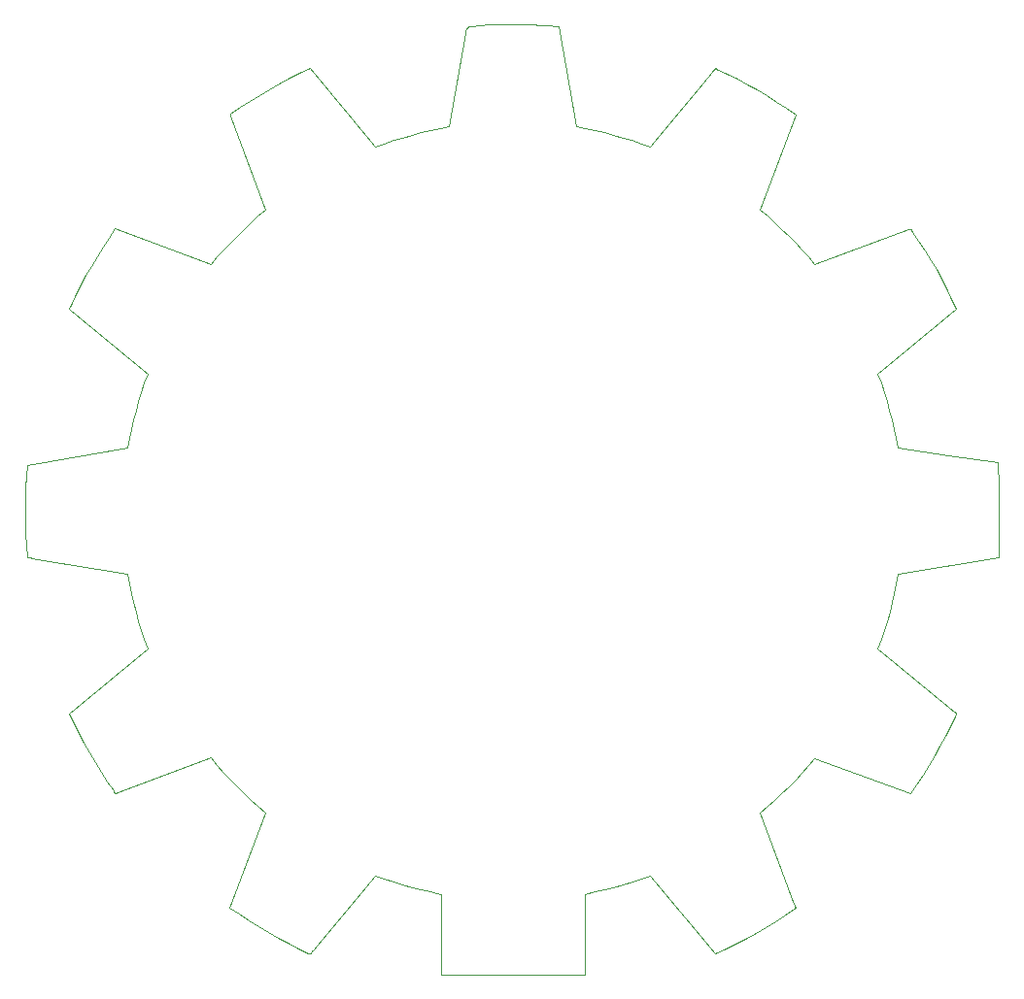
<source format=gbr>
%TF.GenerationSoftware,KiCad,Pcbnew,6.0.11-2627ca5db0~126~ubuntu20.04.1*%
%TF.CreationDate,2023-07-01T13:10:39+02:00*%
%TF.ProjectId,THW_bagde,5448575f-6261-4676-9465-2e6b69636164,rev?*%
%TF.SameCoordinates,Original*%
%TF.FileFunction,Profile,NP*%
%FSLAX46Y46*%
G04 Gerber Fmt 4.6, Leading zero omitted, Abs format (unit mm)*
G04 Created by KiCad (PCBNEW 6.0.11-2627ca5db0~126~ubuntu20.04.1) date 2023-07-01 13:10:39*
%MOMM*%
%LPD*%
G01*
G04 APERTURE LIST*
%TA.AperFunction,Profile*%
%ADD10C,0.096205*%
%TD*%
G04 APERTURE END LIST*
D10*
X152210814Y-50004668D02*
X152776119Y-50017268D01*
X153341191Y-50036841D01*
X153906009Y-50063021D01*
X154470550Y-50095443D01*
X155598706Y-50177547D01*
X157074590Y-58940319D01*
X157900903Y-59087791D01*
X158723142Y-59255822D01*
X159540943Y-59444005D01*
X160353945Y-59651936D01*
X161161782Y-59879209D01*
X161964093Y-60125419D01*
X162760513Y-60390161D01*
X163550679Y-60673030D01*
X168978261Y-54119941D01*
X168988809Y-54111761D01*
X168999114Y-54102494D01*
X169009203Y-54092254D01*
X169019101Y-54081155D01*
X169038424Y-54056838D01*
X169057288Y-54030455D01*
X169094451Y-53975139D01*
X169113157Y-53948032D01*
X169132218Y-53922508D01*
X169141945Y-53910625D01*
X169151838Y-53899480D01*
X169161920Y-53889187D01*
X169172219Y-53879860D01*
X169182758Y-53871613D01*
X169193565Y-53864561D01*
X169204664Y-53858817D01*
X169216081Y-53854495D01*
X169227840Y-53851709D01*
X169239969Y-53850574D01*
X169252491Y-53851204D01*
X169265433Y-53853712D01*
X169278820Y-53858213D01*
X169292677Y-53864820D01*
X169307030Y-53873648D01*
X169321904Y-53884811D01*
X170223719Y-54307878D01*
X171114193Y-54753718D01*
X171993258Y-55221440D01*
X172860844Y-55710156D01*
X173716882Y-56218978D01*
X174561304Y-56747015D01*
X175394041Y-57293379D01*
X176215024Y-57857181D01*
X173107205Y-66168300D01*
X173751771Y-66712492D01*
X174383178Y-67271903D01*
X175001072Y-67846210D01*
X175605097Y-68435085D01*
X176194897Y-69038204D01*
X176770117Y-69655241D01*
X177330401Y-70285870D01*
X177875394Y-70929767D01*
X186075406Y-67872074D01*
X186091727Y-67861065D01*
X186107299Y-67852389D01*
X186122156Y-67845933D01*
X186136334Y-67841588D01*
X186149869Y-67839243D01*
X186162797Y-67838787D01*
X186175153Y-67840109D01*
X186186973Y-67843099D01*
X186198292Y-67847645D01*
X186209147Y-67853638D01*
X186219572Y-67860967D01*
X186229604Y-67869520D01*
X186239278Y-67879188D01*
X186248630Y-67889859D01*
X186266509Y-67913770D01*
X186283528Y-67940366D01*
X186299970Y-67968762D01*
X186332269Y-68027413D01*
X186348696Y-68055896D01*
X186365688Y-68082638D01*
X186383531Y-68106752D01*
X186392860Y-68117547D01*
X186402509Y-68127353D01*
X186941806Y-68926950D01*
X187466531Y-69736432D01*
X187975167Y-70556122D01*
X188466201Y-71386341D01*
X188938115Y-72227410D01*
X189389393Y-73079651D01*
X189818520Y-73943385D01*
X190223981Y-74818935D01*
X183377377Y-80472335D01*
X183657519Y-81262859D01*
X183922329Y-82058927D01*
X184170449Y-82860406D01*
X184400521Y-83667163D01*
X184611189Y-84479063D01*
X184801094Y-85295974D01*
X184968879Y-86117762D01*
X185113187Y-86944293D01*
X186203333Y-87130767D01*
X187296111Y-87299560D01*
X189487157Y-87600132D01*
X193874402Y-88165409D01*
X193941030Y-90244810D01*
X193964883Y-92325208D01*
X193946719Y-94405684D01*
X193887296Y-96485317D01*
X185112637Y-97960681D01*
X184969102Y-98786808D01*
X184802245Y-99608250D01*
X184613225Y-100424810D01*
X184403203Y-101236290D01*
X184173340Y-102042494D01*
X183924797Y-102843223D01*
X183658733Y-103638281D01*
X183376309Y-104427471D01*
X190061688Y-109950649D01*
X190080319Y-109958847D01*
X190097391Y-109967395D01*
X190112948Y-109976283D01*
X190127037Y-109985501D01*
X190139701Y-109995039D01*
X190150986Y-110004887D01*
X190160937Y-110015034D01*
X190169598Y-110025472D01*
X190177014Y-110036188D01*
X190183230Y-110047175D01*
X190188290Y-110058421D01*
X190192241Y-110069916D01*
X190195126Y-110081651D01*
X190196991Y-110093614D01*
X190197880Y-110105797D01*
X190197839Y-110118189D01*
X190196911Y-110130780D01*
X190195142Y-110143560D01*
X190192578Y-110156519D01*
X190189261Y-110169647D01*
X190180554Y-110196368D01*
X190169380Y-110223643D01*
X190156098Y-110251392D01*
X190141066Y-110279533D01*
X190124644Y-110307987D01*
X190107190Y-110336673D01*
X189690861Y-111218627D01*
X189251139Y-112088696D01*
X188789423Y-112947152D01*
X188307113Y-113794267D01*
X187805609Y-114630314D01*
X187286311Y-115455564D01*
X186750619Y-116270290D01*
X186199933Y-117074764D01*
X177871770Y-113978313D01*
X177326174Y-114620602D01*
X176765942Y-115250230D01*
X176191273Y-115866724D01*
X175602362Y-116469613D01*
X174999406Y-117058422D01*
X174382603Y-117632680D01*
X173752150Y-118191914D01*
X173108243Y-118735652D01*
X176103925Y-126747043D01*
X176114038Y-126775722D01*
X176125699Y-126804882D01*
X176150938Y-126863786D01*
X176163153Y-126893101D01*
X176174189Y-126922038D01*
X176183366Y-126950383D01*
X176187044Y-126964266D01*
X176190001Y-126977920D01*
X176192153Y-126991319D01*
X176193414Y-127004436D01*
X176193699Y-127017243D01*
X176192923Y-127029715D01*
X176191000Y-127041824D01*
X176187845Y-127053543D01*
X176183374Y-127064846D01*
X176177501Y-127075706D01*
X176170141Y-127086096D01*
X176161208Y-127095988D01*
X176150617Y-127105357D01*
X176138284Y-127114175D01*
X176124123Y-127122416D01*
X176108049Y-127130052D01*
X176089977Y-127137058D01*
X176069821Y-127143405D01*
X175253578Y-127701259D01*
X174425347Y-128241130D01*
X173585329Y-128762364D01*
X172733724Y-129264310D01*
X171870733Y-129746316D01*
X170996558Y-130207728D01*
X170111400Y-130647896D01*
X169215459Y-131066165D01*
X163550687Y-124226795D01*
X162761466Y-124512802D01*
X161965656Y-124779983D01*
X161163663Y-125027917D01*
X160355891Y-125256183D01*
X159542745Y-125464360D01*
X158724631Y-125652028D01*
X157886400Y-125831600D01*
X157886400Y-132892800D01*
X145338800Y-132892800D01*
X145338800Y-125882400D01*
X144881600Y-125780800D01*
X144388713Y-125649930D01*
X143570869Y-125462358D01*
X142757946Y-125254474D01*
X141950347Y-125026676D01*
X141148475Y-124779362D01*
X140352734Y-124512928D01*
X139563527Y-124227771D01*
X134119931Y-130802570D01*
X134109633Y-130811864D01*
X134099532Y-130822040D01*
X134089603Y-130832990D01*
X134079824Y-130844607D01*
X134060616Y-130869416D01*
X134041717Y-130895609D01*
X134004073Y-130948724D01*
X133984946Y-130973933D01*
X133965358Y-130997100D01*
X133955331Y-131007651D01*
X133945118Y-131017370D01*
X133934693Y-131026150D01*
X133924033Y-131033885D01*
X133913115Y-131040467D01*
X133901913Y-131045789D01*
X133890404Y-131049744D01*
X133878565Y-131052226D01*
X133866370Y-131053126D01*
X133853796Y-131052338D01*
X133840819Y-131049756D01*
X133827415Y-131045271D01*
X133813560Y-131038776D01*
X133799229Y-131030166D01*
X133784400Y-131019332D01*
X133769048Y-131006168D01*
X132869742Y-130585500D01*
X131982853Y-130140279D01*
X131107996Y-129672136D01*
X130244787Y-129182701D01*
X129392841Y-128673604D01*
X128551772Y-128146478D01*
X127721197Y-127602952D01*
X126900731Y-127044658D01*
X130004415Y-118730434D01*
X129363338Y-118186991D01*
X128734033Y-117629620D01*
X128117585Y-117057995D01*
X127515079Y-116471790D01*
X126927603Y-115870679D01*
X126356240Y-115254336D01*
X125802078Y-114622435D01*
X125266202Y-113974651D01*
X117118382Y-117000820D01*
X117101827Y-117012891D01*
X117085761Y-117023408D01*
X117070171Y-117032418D01*
X117055042Y-117039965D01*
X117040360Y-117046095D01*
X117026111Y-117050854D01*
X117012281Y-117054288D01*
X116998855Y-117056441D01*
X116985818Y-117057360D01*
X116973158Y-117057091D01*
X116960859Y-117055678D01*
X116948906Y-117053167D01*
X116937287Y-117049605D01*
X116925987Y-117045036D01*
X116914990Y-117039506D01*
X116904284Y-117033061D01*
X116893853Y-117025747D01*
X116883684Y-117017609D01*
X116873763Y-117008692D01*
X116864074Y-116999043D01*
X116845338Y-116977728D01*
X116827362Y-116954029D01*
X116810033Y-116928311D01*
X116793236Y-116900940D01*
X116776857Y-116872278D01*
X116760781Y-116842693D01*
X116210484Y-116037960D01*
X115678262Y-115221206D01*
X115164565Y-114392729D01*
X114669843Y-113552829D01*
X114194545Y-112701804D01*
X113739123Y-111839952D01*
X113304025Y-110967573D01*
X112889703Y-110084964D01*
X119738378Y-104428462D01*
X119454139Y-103639703D01*
X119188847Y-102844422D01*
X118942628Y-102043064D01*
X118715608Y-101236072D01*
X118507913Y-100423890D01*
X118319670Y-99606962D01*
X118151006Y-98785732D01*
X118002046Y-97960643D01*
X109621678Y-96551425D01*
X109609363Y-96546139D01*
X109596192Y-96541629D01*
X109582249Y-96537819D01*
X109567618Y-96534633D01*
X109536637Y-96529820D01*
X109503924Y-96526577D01*
X109436021Y-96522336D01*
X109402187Y-96520108D01*
X109369335Y-96516987D01*
X109338143Y-96512359D01*
X109323381Y-96509287D01*
X109309289Y-96505608D01*
X109295951Y-96501244D01*
X109283452Y-96496118D01*
X109271877Y-96490154D01*
X109261310Y-96483275D01*
X109251837Y-96475403D01*
X109243541Y-96466463D01*
X109236508Y-96456376D01*
X109230823Y-96445066D01*
X109226570Y-96432456D01*
X109223834Y-96418470D01*
X109222700Y-96403029D01*
X109223252Y-96386058D01*
X109152362Y-95390998D01*
X109102108Y-94394763D01*
X109072430Y-93397751D01*
X109063262Y-92400361D01*
X109074544Y-91402989D01*
X109106211Y-90406034D01*
X109158201Y-89409893D01*
X109230451Y-88414966D01*
X117999425Y-86943737D01*
X118150135Y-86118561D01*
X118319962Y-85297094D01*
X118508843Y-84479795D01*
X118716711Y-83667118D01*
X118943504Y-82859521D01*
X119189157Y-82057461D01*
X119453604Y-81261395D01*
X119736783Y-80471778D01*
X112950631Y-74868503D01*
X112939356Y-74858646D01*
X112930052Y-74848347D01*
X112922616Y-74837628D01*
X112916948Y-74826512D01*
X112912946Y-74815022D01*
X112910508Y-74803181D01*
X112909533Y-74791011D01*
X112909919Y-74778536D01*
X112911564Y-74765779D01*
X112914366Y-74752761D01*
X112918225Y-74739506D01*
X112923039Y-74726037D01*
X112935123Y-74698548D01*
X112949806Y-74670476D01*
X113018269Y-74556009D01*
X113033754Y-74527761D01*
X113046960Y-74500025D01*
X113052455Y-74486407D01*
X113057076Y-74472985D01*
X113060720Y-74459783D01*
X113063287Y-74446823D01*
X113474522Y-73580198D01*
X113909621Y-72725824D01*
X114366736Y-71883140D01*
X114844018Y-71051588D01*
X115339617Y-70230609D01*
X115851685Y-69419645D01*
X116378373Y-68618135D01*
X116917832Y-67825523D01*
X125267194Y-70929725D01*
X125801214Y-70279371D01*
X126354782Y-69646112D01*
X126926511Y-69029329D01*
X127515013Y-68428400D01*
X128118902Y-67842707D01*
X128736791Y-67271630D01*
X129367294Y-66714548D01*
X130009023Y-66170841D01*
X127039693Y-58229206D01*
X127038120Y-58215934D01*
X127035444Y-58202309D01*
X127031772Y-58188365D01*
X127027215Y-58174138D01*
X127015876Y-58144973D01*
X127002299Y-58115091D01*
X126971913Y-58054289D01*
X126956846Y-58023925D01*
X126943026Y-57993957D01*
X126931321Y-57964663D01*
X126926535Y-57950356D01*
X126922604Y-57936321D01*
X126919638Y-57922594D01*
X126917746Y-57909209D01*
X126917036Y-57896202D01*
X126917617Y-57883606D01*
X126919598Y-57871457D01*
X126923089Y-57859790D01*
X126928197Y-57848638D01*
X126935032Y-57838038D01*
X126943702Y-57828023D01*
X126954317Y-57818629D01*
X126966986Y-57809890D01*
X126981816Y-57801841D01*
X127807559Y-57240769D01*
X128643937Y-56695338D01*
X129491222Y-56167038D01*
X130349687Y-55657359D01*
X131219602Y-55167790D01*
X132101241Y-54699821D01*
X132994875Y-54254943D01*
X133900777Y-53834644D01*
X139563481Y-60673503D01*
X140353573Y-60390099D01*
X141150103Y-60125374D01*
X141952646Y-59879533D01*
X142760775Y-59652782D01*
X143574062Y-59445328D01*
X144392081Y-59257374D01*
X145214405Y-59089127D01*
X146040608Y-58940792D01*
X147412099Y-50796070D01*
X147413690Y-50768115D01*
X147416330Y-50740206D01*
X147420008Y-50712386D01*
X147424712Y-50684702D01*
X147430429Y-50657198D01*
X147437148Y-50629920D01*
X147444857Y-50602914D01*
X147453543Y-50576223D01*
X147463196Y-50549894D01*
X147473802Y-50523971D01*
X147485350Y-50498500D01*
X147497827Y-50473526D01*
X147511223Y-50449094D01*
X147525524Y-50425250D01*
X147540720Y-50402038D01*
X147556797Y-50379505D01*
X147573744Y-50357694D01*
X147591550Y-50336652D01*
X147610201Y-50316423D01*
X147629687Y-50297053D01*
X147649994Y-50278586D01*
X147671112Y-50261069D01*
X147693028Y-50244547D01*
X147715730Y-50229063D01*
X147739207Y-50214665D01*
X147763445Y-50201397D01*
X147788434Y-50189304D01*
X147814162Y-50178431D01*
X147840615Y-50168824D01*
X147867783Y-50160527D01*
X147895653Y-50153587D01*
X147924214Y-50148048D01*
X148710797Y-50091955D01*
X149499697Y-50049391D01*
X150289696Y-50019593D01*
X151079602Y-50001850D01*
X151645301Y-49999407D01*
X152210814Y-50004668D01*
M02*

</source>
